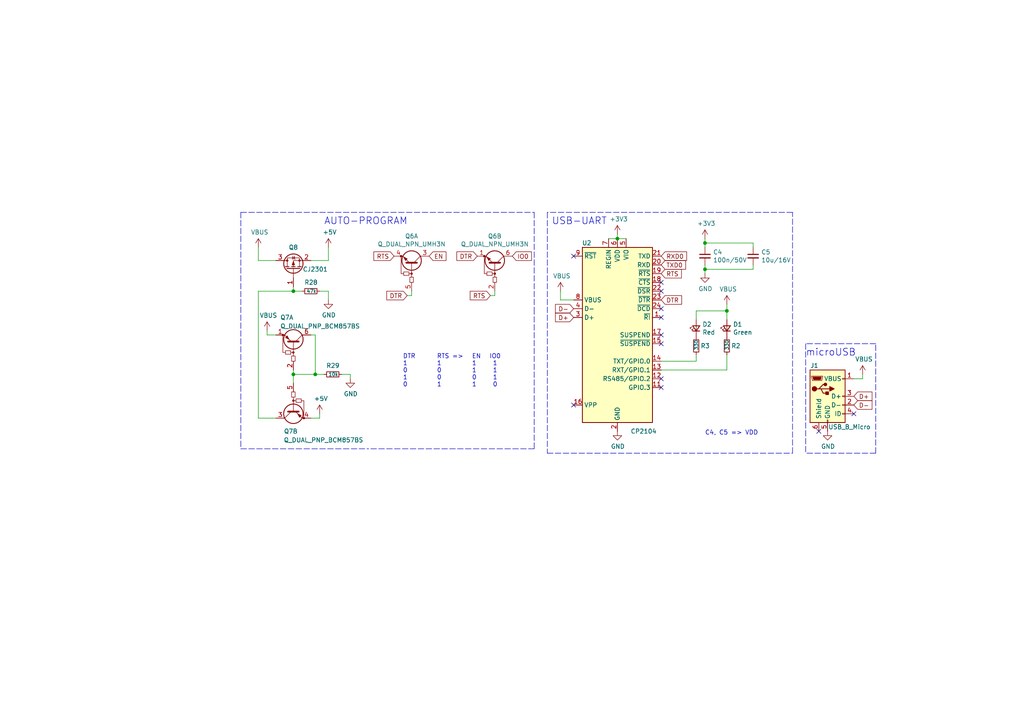
<source format=kicad_sch>
(kicad_sch (version 20211123) (generator eeschema)
  (paper "A4")
  (title_block (title "ESP32IoTPlatform") (date "2022-02-09") (rev "v4r1") (company "TVZ"))
  (lib_symbols
    (symbol "Connector:USB_B_Micro" (pin_names (offset 1.016))
      (property "Reference" "J" (at -5.08 11.43 0))
      (property "Value" "USB_B_Micro" (at -5.08 8.89 0))
      (symbol "USB_B_Micro_0_1"
        (rectangle (start -5.08 -7.62) (end 5.08 7.62) (stroke (width 0.254)) (fill (type background)))
        (circle (center -3.81 2.159) (radius 0.635) (stroke (width 0.254)) (fill (type outline)))
        (circle (center -0.635 3.429) (radius 0.381) (stroke (width 0.254)) (fill (type outline)))
        (rectangle (start -0.127 -7.62) (end 0.127 -6.858))
        (polyline (pts (xy -1.905 2.159) (xy 0.635 2.159)) (stroke (width 0.254)))
        (polyline (pts (xy -3.175 2.159) (xy -2.54 2.159) (xy -1.27 3.429) (xy -0.635 3.429)) (stroke (width 0.254)))
        (polyline (pts (xy -2.54 2.159) (xy -1.905 2.159) (xy -1.27 0.889) (xy 0 0.889)) (stroke (width 0.254)))
        (polyline (pts (xy 0.635 2.794) (xy 0.635 1.524) (xy 1.905 2.159) (xy 0.635 2.794)) (stroke (width 0.254)) (fill (type outline)))
        (polyline (pts (xy -4.318 5.588) (xy -1.778 5.588) (xy -2.032 4.826) (xy -4.064 4.826) (xy -4.318 5.588)) (fill (type outline)))
        (polyline (pts (xy -4.699 5.842) (xy -4.699 5.588) (xy -4.445 4.826) (xy -4.445 4.572) (xy -1.651 4.572) (xy -1.651 4.826) (xy -1.397 5.588) (xy -1.397 5.842) (xy -4.699 5.842)))
        (rectangle (start 0.254 1.27) (end -0.508 0.508) (stroke (width 0.254)) (fill (type outline)))
        (rectangle (start 5.08 -5.207) (end 4.318 -4.953))
        (rectangle (start 5.08 -2.667) (end 4.318 -2.413))
        (rectangle (start 5.08 -0.127) (end 4.318 0.127))
        (rectangle (start 5.08 4.953) (end 4.318 5.207))
      )
      (symbol "USB_B_Micro_1_1"
        (pin power_out line (at 7.62 5.08 180) (length 2.54) (name "VBUS") (number "1"))
        (pin bidirectional line (at 7.62 -2.54 180) (length 2.54) (name "D-") (number "2"))
        (pin bidirectional line (at 7.62 0 180) (length 2.54) (name "D+") (number "3"))
        (pin passive line (at 7.62 -5.08 180) (length 2.54) (name "ID") (number "4"))
        (pin power_out line (at 0 -10.16 90) (length 2.54) (name "GND") (number "5"))
        (pin passive line (at -2.54 -10.16 90) (length 2.54) (name "Shield") (number "6"))
      )
    )
    (symbol "Device:C_Small" (pin_numbers hide) (pin_names (offset 0.254) hide)
      (property "Reference" "C" (at 0.254 1.778 0))
      (property "Value" "C_Small" (at 0.254 -2.032 0))
      (symbol "C_Small_0_1"
        (polyline (pts (xy -1.524 -0.508) (xy 1.524 -0.508)) (stroke (width 0.3302)))
        (polyline (pts (xy -1.524 0.508) (xy 1.524 0.508)) (stroke (width 0.3048)))
      )
      (symbol "C_Small_1_1"
        (pin passive line (at 0 2.54 270) (length 2.032) (name "~") (number "1"))
        (pin passive line (at 0 -2.54 90) (length 2.032) (name "~") (number "2"))
      )
    )
    (symbol "Device:LED_Small" (pin_numbers hide) (pin_names (offset 0.254) hide)
      (property "Reference" "D" (at -1.27 3.175 0))
      (property "Value" "LED_Small" (at -4.445 -2.54 0))
      (symbol "LED_Small_0_1"
        (polyline (pts (xy -0.762 -1.016) (xy -0.762 1.016)) (stroke (width 0.254)))
        (polyline (pts (xy 1.016 0) (xy -0.762 0)))
        (polyline (pts (xy 0.762 -1.016) (xy -0.762 0) (xy 0.762 1.016) (xy 0.762 -1.016)) (stroke (width 0.254)))
        (polyline (pts (xy 0 0.762) (xy -0.508 1.27) (xy -0.254 1.27) (xy -0.508 1.27) (xy -0.508 1.016)))
        (polyline (pts (xy 0.508 1.27) (xy 0 1.778) (xy 0.254 1.778) (xy 0 1.778) (xy 0 1.524)))
      )
      (symbol "LED_Small_1_1"
        (pin passive line (at -2.54 0 0) (length 1.778) (name "K") (number "1"))
        (pin passive line (at 2.54 0 180) (length 1.778) (name "A") (number "2"))
      )
    )
    (symbol "Device:Q_Dual_NPN_NPN_BRT_E1B1C2E2B2C1" (pin_names hide)
      (property "Reference" "Q" (at 3.81 1.27 0))
      (property "Value" "Q_Dual_NPN_NPN_BRT_E1B1C2E2B2C1" (at 3.81 -1.27 0))
      (symbol "Q_Dual_NPN_NPN_BRT_E1B1C2E2B2C1_0_1"
        (rectangle (start -6.35 0.508) (end -4.826 -0.508))
        (rectangle (start -4.318 -2.286) (end -3.302 -0.762))
        (circle (center -3.81 0) (radius 0.254) (fill (type outline)))
        (polyline (pts (xy -3.81 -0.762) (xy -3.81 0)))
        (polyline (pts (xy -0.762 0) (xy -4.826 0)))
        (polyline (pts (xy -0.635 1.524) (xy -0.635 -1.524)) (stroke (width 0.508)))
        (polyline (pts (xy -3.81 -2.286) (xy -3.81 -3.048) (xy 1.27 -3.048)))
        (circle (center 1.27 -3.048) (radius 0.254) (fill (type outline)))
      )
      (symbol "Q_Dual_NPN_NPN_BRT_E1B1C2E2B2C1_1_1"
        (polyline (pts (xy -0.635 0.635) (xy 1.27 2.54)))
        (polyline (pts (xy -0.635 -0.635) (xy 1.27 -2.54) (xy 1.27 -2.54)))
        (polyline (pts (xy 0 -1.778) (xy 0.508 -1.27) (xy 1.016 -2.286) (xy 0 -1.778) (xy 0 -1.778)) (fill (type outline)))
        (circle (center 0 0) (radius 2.8194) (stroke (width 0.254)))
        (pin passive line (at 1.27 5.08 270) (length 2.54) (name "C1") (number "3"))
        (pin passive line (at 1.27 -5.08 90) (length 2.54) (name "E1") (number "4"))
        (pin input line (at -8.89 0 0) (length 2.54) (name "B1") (number "5"))
      )
      (symbol "Q_Dual_NPN_NPN_BRT_E1B1C2E2B2C1_2_1"
        (polyline (pts (xy -0.635 0.635) (xy 1.27 2.54)))
        (polyline (pts (xy -0.635 -0.635) (xy 1.27 -2.54) (xy 1.27 -2.54)))
        (polyline (pts (xy 0 -1.778) (xy 0.508 -1.27) (xy 1.016 -2.286) (xy 0 -1.778) (xy 0 -1.778)) (fill (type outline)))
        (circle (center 0 0) (radius 2.8194) (stroke (width 0.254)))
        (pin passive line (at 1.27 -5.08 90) (length 2.54) (name "E1") (number "1"))
        (pin input line (at -8.89 0 0) (length 2.54) (name "B1") (number "2"))
        (pin passive line (at 1.27 5.08 270) (length 2.54) (name "C1") (number "6"))
      )
    )
    (symbol "Device:Q_Dual_PNP_PNP_BRT_E1B1C2E2B2C1" (pin_names hide)
      (property "Reference" "Q" (at 3.81 1.27 0))
      (property "Value" "Q_Dual_PNP_PNP_BRT_E1B1C2E2B2C1" (at 3.81 -1.27 0))
      (symbol "Q_Dual_PNP_PNP_BRT_E1B1C2E2B2C1_0_1"
        (rectangle (start -6.35 0.508) (end -4.826 -0.508))
        (rectangle (start -4.318 -2.286) (end -3.302 -0.762))
        (circle (center -3.81 0) (radius 0.254) (fill (type outline)))
        (polyline (pts (xy -3.81 -0.762) (xy -3.81 0)))
        (polyline (pts (xy -0.762 0) (xy -4.826 0)))
        (polyline (pts (xy -0.635 1.524) (xy -0.635 -1.524)) (stroke (width 0.508)))
        (polyline (pts (xy -3.81 -2.286) (xy -3.81 -3.048) (xy 1.27 -3.048)))
        (polyline (pts (xy 1.016 -1.778) (xy 0.508 -2.286) (xy 0 -1.27) (xy 1.016 -1.778) (xy 1.016 -1.778)) (fill (type outline)))
        (circle (center 1.27 -3.048) (radius 0.254) (fill (type outline)))
      )
      (symbol "Q_Dual_PNP_PNP_BRT_E1B1C2E2B2C1_1_1"
        (polyline (pts (xy -0.635 0.635) (xy 1.27 2.54)))
        (polyline (pts (xy -0.635 -0.635) (xy 1.27 -2.54) (xy 1.27 -2.54)))
        (circle (center 0 0) (radius 2.8194) (stroke (width 0.254)))
        (pin passive line (at 1.27 -5.08 90) (length 2.54) (name "E1") (number "1"))
        (pin input line (at -8.89 0 0) (length 2.54) (name "B1") (number "2"))
        (pin passive line (at 1.27 5.08 270) (length 2.54) (name "C1") (number "6"))
      )
      (symbol "Q_Dual_PNP_PNP_BRT_E1B1C2E2B2C1_2_1"
        (polyline (pts (xy -0.635 0.635) (xy 1.27 2.54)))
        (polyline (pts (xy -0.635 -0.635) (xy 1.27 -2.54) (xy 1.27 -2.54)))
        (circle (center 0 0) (radius 2.8194) (stroke (width 0.254)))
        (pin passive line (at 1.27 5.08 270) (length 2.54) (name "C2") (number "3"))
        (pin passive line (at 1.27 -5.08 90) (length 2.54) (name "E2") (number "4"))
        (pin input line (at -8.89 0 0) (length 2.54) (name "B2") (number "5"))
      )
    )
    (symbol "Device:R_Small" (pin_numbers hide) (pin_names (offset 0.254) hide)
      (property "Reference" "R" (at 0.762 0.508 0))
      (property "Value" "R_Small" (at 0.762 -1.016 0))
      (symbol "R_Small_0_1"
        (rectangle (start -0.762 1.778) (end 0.762 -1.778) (stroke (width 0.2032)))
      )
      (symbol "R_Small_1_1"
        (pin passive line (at 0 2.54 270) (length 0.762) (name "~") (number "1"))
        (pin passive line (at 0 -2.54 90) (length 0.762) (name "~") (number "2"))
      )
    )
    (symbol "Interface_USB:CP2104"
      (property "Reference" "U" (at -5.08 28.575 0))
      (property "Value" "CP2104" (at -5.08 26.67 0))
      (symbol "CP2104_1_1"
        (rectangle (start -10.16 25.4) (end 10.16 -25.4) (stroke (width 0.254)) (fill (type background)))
        (pin input line (at 12.7 5.08 180) (length 2.54) (name "~{RI}") (number "1"))
        (pin no_connect line (at 10.16 -20.32 180) (length 2.54) hide (name "NC") (number "10"))
        (pin bidirectional line (at 12.7 -15.24 180) (length 2.54) (name "GPIO.3") (number "11"))
        (pin bidirectional line (at 12.7 -12.7 180) (length 2.54) (name "RS485/GPIO.2") (number "12"))
        (pin bidirectional line (at 12.7 -10.16 180) (length 2.54) (name "RXT/GPIO.1") (number "13"))
        (pin bidirectional line (at 12.7 -7.62 180) (length 2.54) (name "TXT/GPIO.0") (number "14"))
        (pin output line (at 12.7 -2.54 180) (length 2.54) (name "~{SUSPEND}") (number "15"))
        (pin passive line (at -12.7 -20.32 0) (length 2.54) (name "VPP") (number "16"))
        (pin output line (at 12.7 0 180) (length 2.54) (name "SUSPEND") (number "17"))
        (pin input line (at 12.7 15.24 180) (length 2.54) (name "~{CTS}") (number "18"))
        (pin output line (at 12.7 17.78 180) (length 2.54) (name "~{RTS}") (number "19"))
        (pin power_in line (at 0 -27.94 90) (length 2.54) (name "GND") (number "2"))
        (pin input line (at 12.7 20.32 180) (length 2.54) (name "RXD") (number "20"))
        (pin output line (at 12.7 22.86 180) (length 2.54) (name "TXD") (number "21"))
        (pin input line (at 12.7 12.7 180) (length 2.54) (name "~{DSR}") (number "22"))
        (pin output line (at 12.7 10.16 180) (length 2.54) (name "~{DTR}") (number "23"))
        (pin input line (at 12.7 7.62 180) (length 2.54) (name "~{DCD}") (number "24"))
        (pin passive line (at 0 -27.94 90) (length 2.54) hide (name "GND") (number "25"))
        (pin bidirectional line (at -12.7 5.08 0) (length 2.54) (name "D+") (number "3"))
        (pin bidirectional line (at -12.7 7.62 0) (length 2.54) (name "D-") (number "4"))
        (pin power_in line (at 2.54 27.94 270) (length 2.54) (name "VIO") (number "5"))
        (pin power_in line (at 0 27.94 270) (length 2.54) (name "VDD") (number "6"))
        (pin power_in line (at -2.54 27.94 270) (length 2.54) (name "REGIN") (number "7"))
        (pin input line (at -12.7 10.16 0) (length 2.54) (name "VBUS") (number "8"))
        (pin bidirectional line (at -12.7 22.86 0) (length 2.54) (name "~{RST}") (number "9"))
      )
    )
    (symbol "Transistor_FET:Si2319CDS" (pin_names hide)
      (property "Reference" "Q" (at 5.08 1.905 0))
      (property "Value" "Si2319CDS" (at 5.08 0 0))
      (symbol "Si2319CDS_0_1"
        (polyline (pts (xy 0.254 0) (xy -2.54 0)))
        (polyline (pts (xy 0.254 1.905) (xy 0.254 -1.905)) (stroke (width 0.254)))
        (polyline (pts (xy 0.762 -1.27) (xy 0.762 -2.286)) (stroke (width 0.254)))
        (polyline (pts (xy 0.762 0.508) (xy 0.762 -0.508)) (stroke (width 0.254)))
        (polyline (pts (xy 0.762 2.286) (xy 0.762 1.27)) (stroke (width 0.254)))
        (polyline (pts (xy 2.54 2.54) (xy 2.54 1.778)))
        (polyline (pts (xy 2.54 -2.54) (xy 2.54 0) (xy 0.762 0)))
        (polyline (pts (xy 0.762 1.778) (xy 3.302 1.778) (xy 3.302 -1.778) (xy 0.762 -1.778)))
        (polyline (pts (xy 2.286 0) (xy 1.27 0.381) (xy 1.27 -0.381) (xy 2.286 0)) (fill (type outline)))
        (polyline (pts (xy 2.794 -0.508) (xy 2.921 -0.381) (xy 3.683 -0.381) (xy 3.81 -0.254)))
        (polyline (pts (xy 3.302 -0.381) (xy 2.921 0.254) (xy 3.683 0.254) (xy 3.302 -0.381)))
        (circle (center 1.651 0) (radius 2.794) (stroke (width 0.254)))
        (circle (center 2.54 -1.778) (radius 0.254) (fill (type outline)))
        (circle (center 2.54 1.778) (radius 0.254) (fill (type outline)))
      )
      (symbol "Si2319CDS_1_1"
        (pin input line (at -5.08 0 0) (length 2.54) (name "G") (number "1"))
        (pin passive line (at 2.54 -5.08 90) (length 2.54) (name "S") (number "2"))
        (pin passive line (at 2.54 5.08 270) (length 2.54) (name "D") (number "3"))
      )
    )
    (symbol "power:+3V3" (power) (pin_names (offset 0))
      (property "Value" "+3V3" (at 0 3.556 0))
      (symbol "+3V3_0_1"
        (polyline (pts (xy -0.762 1.27) (xy 0 2.54)))
        (polyline (pts (xy 0 0) (xy 0 2.54)))
        (polyline (pts (xy 0 2.54) (xy 0.762 1.27)))
      )
      (symbol "+3V3_1_1"
        (pin power_in line (at 0 0 90) (length 0) hide (name "+3V3") (number "1"))
      )
    )
    (symbol "power:+5V" (power) (pin_names (offset 0))
      (property "Value" "+5V" (at 0 3.556 0))
      (symbol "+5V_0_1"
        (polyline (pts (xy -0.762 1.27) (xy 0 2.54)))
        (polyline (pts (xy 0 0) (xy 0 2.54)))
        (polyline (pts (xy 0 2.54) (xy 0.762 1.27)))
      )
      (symbol "+5V_1_1"
        (pin power_in line (at 0 0 90) (length 0) hide (name "+5V") (number "1"))
      )
    )
    (symbol "power:GND" (power) (pin_names (offset 0))
      (property "Value" "GND" (at 0 -3.81 0))
      (symbol "GND_0_1"
        (polyline (pts (xy 0 0) (xy 0 -1.27) (xy 1.27 -1.27) (xy 0 -2.54) (xy -1.27 -1.27) (xy 0 -1.27)))
      )
      (symbol "GND_1_1"
        (pin power_in line (at 0 0 270) (length 0) hide (name "GND") (number "1"))
      )
    )
    (symbol "power:VBUS" (power) (pin_names (offset 0))
      (property "Value" "VBUS" (at 0 3.81 0))
      (symbol "VBUS_0_1"
        (polyline (pts (xy -0.762 1.27) (xy 0 2.54)))
        (polyline (pts (xy 0 0) (xy 0 2.54)))
        (polyline (pts (xy 0 2.54) (xy 0.762 1.27)))
      )
      (symbol "VBUS_1_1"
        (pin power_in line (at 0 0 90) (length 0) hide (name "VBUS") (number "1"))
      )
    )
  )
  (junction (at 204.47 70.485))
  (junction (at 85.09 84.455))
  (junction (at 91.44 108.585))
  (junction (at 204.47 78.105))
  (junction (at 210.82 90.17))
  (junction (at 179.07 69.215))
  (junction (at 85.09 108.585))
  (no_connect (at 166.37 117.475))
  (no_connect (at 247.65 120.015))
  (no_connect (at 191.77 97.155))
  (no_connect (at 191.77 92.075))
  (no_connect (at 191.77 99.695))
  (no_connect (at 191.77 81.915))
  (no_connect (at 191.77 89.535))
  (no_connect (at 191.77 112.395))
  (no_connect (at 237.49 125.095))
  (no_connect (at 191.77 109.855))
  (no_connect (at 191.77 84.455))
  (no_connect (at 166.37 74.295))
  (polyline (pts (xy 229.87 131.445) (xy 229.87 61.595)))
  (polyline (pts (xy 158.75 131.445) (xy 229.87 131.445)))
  (wire (pts (xy 210.82 88.265) (xy 210.82 90.17)))
  (wire (pts (xy 74.93 75.565) (xy 80.01 75.565)))
  (wire (pts (xy 218.44 71.755) (xy 218.44 70.485)))
  (wire (pts (xy 142.24 85.725) (xy 143.51 85.725)))
  (wire (pts (xy 74.93 71.755) (xy 74.93 75.565)))
  (wire (pts (xy 77.47 97.155) (xy 80.01 97.155)))
  (wire (pts (xy 218.44 76.835) (xy 218.44 78.105)))
  (polyline (pts (xy 233.68 99.695) (xy 233.68 131.445)))
  (wire (pts (xy 74.93 84.455) (xy 85.09 84.455)))
  (wire (pts (xy 210.82 107.315) (xy 210.82 102.87)))
  (polyline (pts (xy 69.85 61.595) (xy 154.94 61.595)))
  (wire (pts (xy 85.09 108.585) (xy 85.09 107.315)))
  (wire (pts (xy 77.47 95.885) (xy 77.47 97.155)))
  (wire (pts (xy 91.44 97.155) (xy 91.44 108.585)))
  (wire (pts (xy 99.06 108.585) (xy 101.6 108.585)))
  (wire (pts (xy 119.38 85.725) (xy 119.38 84.455)))
  (wire (pts (xy 101.6 108.585) (xy 101.6 109.855)))
  (wire (pts (xy 204.47 71.755) (xy 204.47 70.485)))
  (wire (pts (xy 92.71 84.455) (xy 95.25 84.455)))
  (wire (pts (xy 85.09 84.455) (xy 85.09 83.185)))
  (wire (pts (xy 92.71 120.015) (xy 92.71 121.285)))
  (polyline (pts (xy 69.85 130.175) (xy 106.68 130.175)))
  (wire (pts (xy 201.93 104.775) (xy 201.93 102.87)))
  (wire (pts (xy 210.82 90.17) (xy 210.82 92.71)))
  (polyline (pts (xy 154.94 130.175) (xy 106.68 130.175)))
  (wire (pts (xy 204.47 78.105) (xy 204.47 76.835)))
  (polyline (pts (xy 69.85 61.595) (xy 69.85 130.175)))
  (wire (pts (xy 91.44 108.585) (xy 93.98 108.585)))
  (wire (pts (xy 181.61 69.215) (xy 179.07 69.215)))
  (wire (pts (xy 91.44 97.155) (xy 90.17 97.155)))
  (wire (pts (xy 85.09 108.585) (xy 85.09 111.125)))
  (polyline (pts (xy 158.75 61.595) (xy 158.75 131.445)))
  (polyline (pts (xy 154.94 61.595) (xy 154.94 89.535)))
  (wire (pts (xy 176.53 69.215) (xy 179.07 69.215)))
  (wire (pts (xy 191.77 107.315) (xy 210.82 107.315)))
  (wire (pts (xy 74.93 121.285) (xy 80.01 121.285)))
  (polyline (pts (xy 154.94 89.535) (xy 154.94 130.175)))
  (wire (pts (xy 201.93 90.17) (xy 210.82 90.17)))
  (wire (pts (xy 201.93 90.17) (xy 201.93 92.71)))
  (wire (pts (xy 204.47 69.215) (xy 204.47 70.485)))
  (polyline (pts (xy 254 99.695) (xy 233.68 99.695)))
  (wire (pts (xy 95.25 84.455) (xy 95.25 86.995)))
  (wire (pts (xy 191.77 104.775) (xy 201.93 104.775)))
  (polyline (pts (xy 229.87 61.595) (xy 158.75 61.595)))
  (wire (pts (xy 74.93 84.455) (xy 74.93 121.285)))
  (wire (pts (xy 162.56 86.995) (xy 166.37 86.995)))
  (wire (pts (xy 204.47 70.485) (xy 218.44 70.485)))
  (wire (pts (xy 95.25 75.565) (xy 90.17 75.565)))
  (wire (pts (xy 95.25 71.755) (xy 95.25 75.565)))
  (polyline (pts (xy 254 131.445) (xy 233.68 131.445)))
  (wire (pts (xy 85.09 108.585) (xy 91.44 108.585)))
  (wire (pts (xy 250.19 109.855) (xy 250.19 108.585)))
  (wire (pts (xy 179.07 67.945) (xy 179.07 69.215)))
  (wire (pts (xy 162.56 84.455) (xy 162.56 86.995)))
  (wire (pts (xy 118.11 85.725) (xy 119.38 85.725)))
  (wire (pts (xy 87.63 84.455) (xy 85.09 84.455)))
  (wire (pts (xy 247.65 109.855) (xy 250.19 109.855)))
  (wire (pts (xy 143.51 85.725) (xy 143.51 84.455)))
  (wire (pts (xy 92.71 121.285) (xy 90.17 121.285)))
  (wire (pts (xy 204.47 78.105) (xy 204.47 79.375)))
  (polyline (pts (xy 254 131.445) (xy 254 99.695)))
  (wire (pts (xy 204.47 78.105) (xy 218.44 78.105)))
  (text "AUTO-PROGRAM" (at 93.98 65.405 0) (effects (font (size 2.0066 2.0066)) (justify left bottom)))
  (text "C4, C5 => VDD" (at 204.47 126.365 0) (effects (font (size 1.27 1.27)) (justify left bottom)))
  (text "USB-UART" (at 160.02 65.405 0) (effects (font (size 2.0066 2.0066)) (justify left bottom)))
  (text "DTR		RTS => 	EN	IO0\n1		1		1	 1\n0		0		1	 1\n1		0		0	 1\n0		1		1	 0" (at 116.84 112.395 0) (effects (font (size 1.27 1.27)) (justify left bottom)))
  (text "microUSB" (at 233.68 103.505 0) (effects (font (size 2.0066 2.0066)) (justify left bottom)))
  (global_label "DTR" (shape input) (at 118.11 85.725 180) (property "Intersheet References" "${INTERSHEET_REFS}" (effects hide)))
  (global_label "EN" (shape input) (at 124.46 74.295 0) (property "Intersheet References" "${INTERSHEET_REFS}" (effects hide)))
  (global_label "RTS" (shape input) (at 191.77 79.375 0) (property "Intersheet References" "${INTERSHEET_REFS}" (effects hide)))
  (global_label "D+" (shape input) (at 247.65 114.935 0) (property "Intersheet References" "${INTERSHEET_REFS}" (effects hide)))
  (global_label "RXD0" (shape input) (at 191.77 74.295 0) (property "Intersheet References" "${INTERSHEET_REFS}" (effects hide)))
  (global_label "D-" (shape input) (at 247.65 117.475 0) (property "Intersheet References" "${INTERSHEET_REFS}" (effects hide)))
  (global_label "RTS" (shape input) (at 142.24 85.725 180) (property "Intersheet References" "${INTERSHEET_REFS}" (effects hide)))
  (global_label "RTS" (shape input) (at 114.3 74.295 180) (property "Intersheet References" "${INTERSHEET_REFS}" (effects hide)))
  (global_label "DTR" (shape input) (at 138.43 74.295 180) (property "Intersheet References" "${INTERSHEET_REFS}" (effects hide)))
  (global_label "D-" (shape input) (at 166.37 89.535 180) (property "Intersheet References" "${INTERSHEET_REFS}" (effects hide)))
  (global_label "DTR" (shape input) (at 191.77 86.995 0) (property "Intersheet References" "${INTERSHEET_REFS}" (effects hide)))
  (global_label "D+" (shape input) (at 166.37 92.075 180) (property "Intersheet References" "${INTERSHEET_REFS}" (effects hide)))
  (global_label "TXD0" (shape input) (at 191.77 76.835 0) (property "Intersheet References" "${INTERSHEET_REFS}" (effects hide)))
  (global_label "IO0" (shape input) (at 148.59 74.295 0) (property "Intersheet References" "${INTERSHEET_REFS}" (effects hide)))
  (symbol (lib_id "Device:R_Small") (at 96.52 108.585 270) (unit 1)
    (property "Reference" "R29" (at 94.615 106.045 90) (effects (justify left)))
    (property "Value" "10k" (at 95.25 108.585 90) (effects (font (size 1 1)) (justify left)))
    (property "Footprint" "Resistor_SMD:R_0805_2012Metric" (effects hide))
  )
  (symbol (lib_id "power:VBUS") (at 77.47 95.885 0) (unit 1)
    (property "Reference" "#PWR0194" (effects hide))
    (property "Value" "VBUS" (at 77.851 91.4908 0))
  )
  (symbol (lib_id "Device:Q_Dual_PNP_PNP_BRT_E1B1C2E2B2C1") (at 85.09 120.015 90) (mirror x) (unit 2)
    (property "Reference" "Q7" (at 86.36 125.095 90) (effects (justify left)))
    (property "Value" "Q_DUAL_PNP_BCM857BS" (at 105.41 127.635 90) (effects (justify left)))
    (property "Footprint" "Package_TO_SOT_SMD:SOT-363_SC-70-6" (effects hide))
  )
  (symbol (lib_id "power:VBUS") (at 210.82 88.265 0) (unit 1)
    (property "Reference" "#PWR0190" (effects hide))
    (property "Value" "VBUS" (at 211.201 83.8708 0))
  )
  (symbol (lib_id "Device:LED_Small") (at 210.82 95.25 90) (unit 1)
    (property "Reference" "D1" (at 212.598 94.0816 90) (effects (justify right)))
    (property "Value" "Green" (at 212.598 96.393 90) (effects (justify right)))
    (property "Footprint" "LED_SMD:LED_0805_2012Metric" (effects hide))
  )
  (symbol (lib_id "power:VBUS") (at 74.93 71.755 0) (unit 1)
    (property "Reference" "#PWR0195" (effects hide))
    (property "Value" "VBUS" (at 75.311 67.3608 0))
  )
  (symbol (lib_id "power:GND") (at 101.6 109.855 0) (unit 1)
    (property "Reference" "#PWR0188" (effects hide))
    (property "Value" "GND" (at 101.727 114.2492 0))
  )
  (symbol (lib_id "Connector:USB_B_Micro") (at 240.03 114.935 0) (unit 1)
    (property "Reference" "J1" (at 236.22 106.045 0))
    (property "Value" "USB_B_Micro" (at 246.38 123.825 0))
    (property "Footprint" "ESP32IoTPlatform:USB_Micro-AB_Molex_47590-0001" (effects hide))
  )
  (symbol (lib_id "power:+3V3") (at 204.47 69.215 0) (unit 1)
    (property "Reference" "#PWR0191" (effects hide))
    (property "Value" "+3V3" (at 204.851 64.8208 0))
  )
  (symbol (lib_id "Transistor_FET:Si2319CDS") (at 85.09 78.105 90) (unit 1)
    (property "Reference" "Q8" (at 85.09 71.755 90))
    (property "Value" "CJ2301" (at 91.44 78.105 90))
    (property "Footprint" "Package_TO_SOT_SMD:SOT-23" (effects hide))
    (property "Datasheet" "http://www.vishay.com/docs/66709/si2319cd.pdf" (effects hide))
  )
  (symbol (lib_id "power:+3V3") (at 179.07 67.945 0) (unit 1)
    (property "Reference" "#PWR0192" (effects hide))
    (property "Value" "+3V3" (at 179.451 63.5508 0))
  )
  (symbol (lib_id "power:VBUS") (at 250.19 108.585 0) (unit 1)
    (property "Reference" "#PWR0183" (effects hide))
    (property "Value" "VBUS" (at 250.571 104.1908 0))
  )
  (symbol (lib_id "power:GND") (at 240.03 125.095 0) (unit 1)
    (property "Reference" "#PWR0184" (effects hide))
    (property "Value" "GND" (at 240.157 129.4892 0))
  )
  (symbol (lib_id "power:GND") (at 179.07 125.095 0) (unit 1)
    (property "Reference" "#PWR0189" (effects hide))
    (property "Value" "GND" (at 179.197 129.4892 0))
  )
  (symbol (lib_id "Device:R_Small") (at 90.17 84.455 270) (unit 1)
    (property "Reference" "R28" (at 88.265 81.915 90) (effects (justify left)))
    (property "Value" "47k" (at 88.9 84.455 90) (effects (font (size 1 1)) (justify left)))
    (property "Footprint" "Resistor_SMD:R_0805_2012Metric" (effects hide))
  )
  (symbol (lib_id "Device:Q_Dual_NPN_NPN_BRT_E1B1C2E2B2C1") (at 119.38 75.565 270) (mirror x) (unit 1)
    (property "Reference" "Q6" (at 119.38 68.5038 90))
    (property "Value" "Q_DUAL_NPN_UMH3N" (at 119.38 70.8152 90))
    (property "Footprint" "Package_TO_SOT_SMD:SOT-363_SC-70-6" (effects hide))
  )
  (symbol (lib_id "power:+5V") (at 92.71 120.015 0) (unit 1)
    (property "Reference" "#PWR0186" (effects hide))
    (property "Value" "+5V" (at 93.091 115.6208 0))
  )
  (symbol (lib_id "power:GND") (at 95.25 86.995 0) (unit 1)
    (property "Reference" "#PWR0187" (effects hide))
    (property "Value" "GND" (at 95.377 91.3892 0))
  )
  (symbol (lib_id "Device:C_Small") (at 218.44 74.295 0) (unit 1)
    (property "Reference" "C5" (at 220.7768 73.1266 0) (effects (justify left)))
    (property "Value" "10u/16V" (at 220.7768 75.438 0) (effects (justify left)))
    (property "Footprint" "Capacitor_SMD:C_0805_2012Metric" (effects hide))
  )
  (symbol (lib_id "Device:R_Small") (at 201.93 100.33 180) (unit 1)
    (property "Reference" "R3" (at 203.2 100.33 0) (effects (justify right)))
    (property "Value" "330" (at 201.93 101.6 90) (effects (font (size 1 1)) (justify right)))
    (property "Footprint" "Resistor_SMD:R_0805_2012Metric" (effects hide))
  )
  (symbol (lib_id "Interface_USB:CP2104") (at 179.07 97.155 0) (unit 1)
    (property "Reference" "U2" (at 170.18 70.485 0))
    (property "Value" "CP2104" (at 186.69 125.095 0))
    (property "Footprint" "Package_DFN_QFN:QFN-24-1EP_4x4mm_P0.5mm_EP2.6x2.6mm" (effects hide))
    (property "Datasheet" "https://www.silabs.com/documents/public/data-sheets/cp2104.pdf" (effects hide))
  )
  (symbol (lib_id "Device:Q_Dual_PNP_PNP_BRT_E1B1C2E2B2C1") (at 85.09 98.425 270) (mirror x) (unit 1)
    (property "Reference" "Q7" (at 81.28 92.075 90) (effects (justify left)))
    (property "Value" "Q_DUAL_PNP_BCM857BS" (at 81.28 94.615 90) (effects (justify left)))
    (property "Footprint" "Package_TO_SOT_SMD:SOT-363_SC-70-6" (effects hide))
  )
  (symbol (lib_id "Device:R_Small") (at 210.82 100.33 180) (unit 1)
    (property "Reference" "R2" (at 212.09 100.33 0) (effects (justify right)))
    (property "Value" "330" (at 210.82 101.6 90) (effects (font (size 1 1)) (justify right)))
    (property "Footprint" "Resistor_SMD:R_0805_2012Metric" (effects hide))
  )
  (symbol (lib_id "Device:Q_Dual_NPN_NPN_BRT_E1B1C2E2B2C1") (at 143.51 75.565 270) (mirror x) (unit 2)
    (property "Reference" "Q6" (at 143.51 68.5038 90))
    (property "Value" "Q_DUAL_NPN_UMH3N" (at 143.51 70.8152 90))
    (property "Footprint" "Package_TO_SOT_SMD:SOT-363_SC-70-6" (effects hide))
  )
  (symbol (lib_id "power:+5V") (at 95.25 71.755 0) (unit 1)
    (property "Reference" "#PWR0196" (effects hide))
    (property "Value" "+5V" (at 95.631 67.3608 0))
  )
  (symbol (lib_id "Device:C_Small") (at 204.47 74.295 0) (unit 1)
    (property "Reference" "C4" (at 206.8068 73.1266 0) (effects (justify left)))
    (property "Value" "100n/50V" (at 206.8068 75.438 0) (effects (justify left)))
    (property "Footprint" "Capacitor_SMD:C_0805_2012Metric" (effects hide))
  )
  (symbol (lib_id "Device:LED_Small") (at 201.93 95.25 90) (unit 1)
    (property "Reference" "D2" (at 203.708 94.0816 90) (effects (justify right)))
    (property "Value" "Red" (at 203.708 96.393 90) (effects (justify right)))
    (property "Footprint" "LED_SMD:LED_0805_2012Metric" (effects hide))
  )
  (symbol (lib_id "power:GND") (at 204.47 79.375 0) (unit 1)
    (property "Reference" "#PWR0185" (effects hide))
    (property "Value" "GND" (at 204.597 83.7692 0))
  )
  (symbol (lib_id "power:VBUS") (at 162.56 84.455 0) (unit 1)
    (property "Reference" "#PWR0193" (effects hide))
    (property "Value" "VBUS" (at 162.941 80.0608 0))
  )
)
</source>
